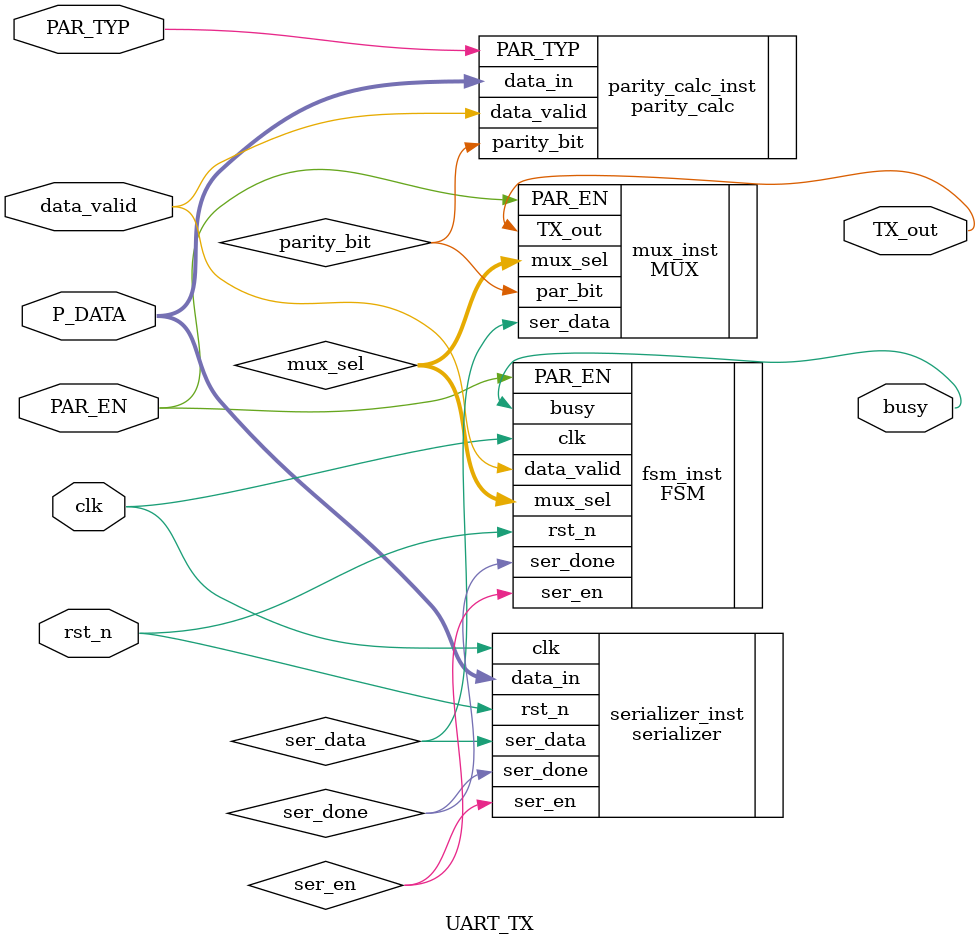
<source format=v>
module UART_TX(
    input clk,
    input rst_n,
    input PAR_EN,
    input data_valid,
    input [7:0] P_DATA,
    input PAR_TYP,
    output TX_out,
    output busy
);
    wire ser_data;
    wire ser_done;
    wire [1:0] mux_sel;
    wire parity_bit;
    wire ser_en;

    // Instantiate the FSM
    FSM fsm_inst(
        .clk(clk),
        .rst_n(rst_n),
        .PAR_EN(PAR_EN),
        .ser_done(ser_done),
        .data_valid(data_valid),
        .ser_en(ser_en),
        .mux_sel(mux_sel),
        .busy(busy)
    );

    // Instantiate the parity calculator
    parity_calc parity_calc_inst(
        .data_in(P_DATA),
        .PAR_TYP(PAR_TYP),
        .data_valid(data_valid),
        .parity_bit(parity_bit)
    );

    // Instantiate the serializer
    serializer serializer_inst( 
        .clk(clk),
        .rst_n(rst_n),
        .ser_en(ser_en),
        .data_in(P_DATA),
        .ser_data(ser_data),
        .ser_done(ser_done)
    );

    // Instantiate the MUX
    MUX mux_inst(
        .ser_data(ser_data),
        .par_bit(parity_bit),
        .PAR_EN(PAR_EN),
        .mux_sel(mux_sel),
        .TX_out(TX_out)
    );

endmodule
</source>
